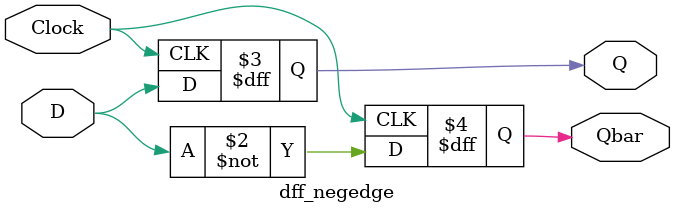
<source format=v>
module dff_negedge(D,Clock,Q,Qbar);
  input  D,Clock;
  output reg Q,Qbar;
  always @(negedge Clock)
  begin
    Q=D;
    Qbar=~D;
  end


endmodule
</source>
